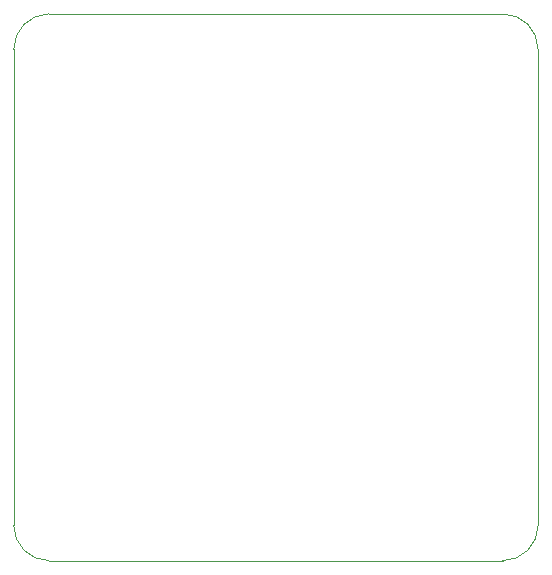
<source format=gbr>
%TF.GenerationSoftware,KiCad,Pcbnew,7.0.5*%
%TF.CreationDate,2024-01-14T19:57:34+08:00*%
%TF.ProjectId,encoder,656e636f-6465-4722-9e6b-696361645f70,rev?*%
%TF.SameCoordinates,Original*%
%TF.FileFunction,Profile,NP*%
%FSLAX46Y46*%
G04 Gerber Fmt 4.6, Leading zero omitted, Abs format (unit mm)*
G04 Created by KiCad (PCBNEW 7.0.5) date 2024-01-14 19:57:34*
%MOMM*%
%LPD*%
G01*
G04 APERTURE LIST*
%TA.AperFunction,Profile*%
%ADD10C,0.100000*%
%TD*%
G04 APERTURE END LIST*
D10*
X121100000Y-52100000D02*
G75*
G03*
X118100000Y-55100000I0J-3000000D01*
G01*
X159500000Y-98400000D02*
G75*
G03*
X162500000Y-95400000I0J3000000D01*
G01*
X159500000Y-98400000D02*
X121100000Y-98400000D01*
X118100000Y-95400000D02*
G75*
G03*
X121100000Y-98400000I3000000J0D01*
G01*
X162500000Y-55100000D02*
G75*
G03*
X159500000Y-52100000I-3000000J0D01*
G01*
X118100000Y-95400000D02*
X118100000Y-55100000D01*
X121100000Y-52100000D02*
X159500000Y-52100000D01*
X162500000Y-55100000D02*
X162500000Y-95400000D01*
M02*

</source>
